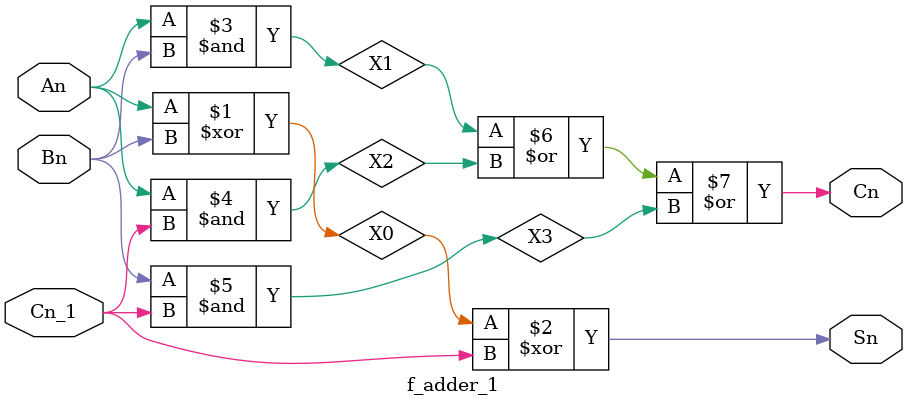
<source format=v>
module f_adder_1(An, Bn, Cn_1, Sn, Cn);
	input An, Bn, Cn_1;
	output Sn, Cn;
	wire X0, X1, X2, X3;
	
	xor(X0, An, Bn), (Sn, X0, Cn_1);
	and(X1, An, Bn), (X2, An, Cn_1), (X3, Bn, Cn_1);
	or(Cn, X1, X2, X3);
endmodule
</source>
